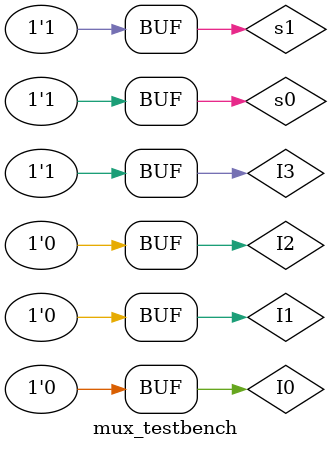
<source format=v>
`define DELAY 20
module mux_testbench(); 
reg I0,I1,I2,I3,s0,s1;
wire muxOut;

mux muxtb (muxOut,I0,I1,I2,I3,s0,s1);

initial begin
I0 = 1'b1; I1 = 1'b0; I2 = 1'b0; I3 = 1'b0; s1 = 1'b0; s0 = 1'b0;
#`DELAY;
I0 = 1'b0; I1 = 1'b1; I2 = 1'b0; I3 = 1'b0; s1 = 1'b0; s0 = 1'b1;
#`DELAY;
I0 = 1'b0; I1 = 1'b0; I2 = 1'b1; I3 = 1'b0; s1 = 1'b1; s0 = 1'b0;
#`DELAY;
I0 = 1'b0; I1 = 1'b0; I2 = 1'b0; I3 = 1'b1; s1 = 1'b1; s0 = 1'b1;
#`DELAY;


end
 
 
initial
begin
$monitor("I0 =%1b, I1=%1b, I2=%1b, I3=%1b, s1=%1b s0=%1b  muxOut=%1b ",I0, I1, I2, I3, s1 ,s0 ,muxOut);
end
 
endmodule
</source>
